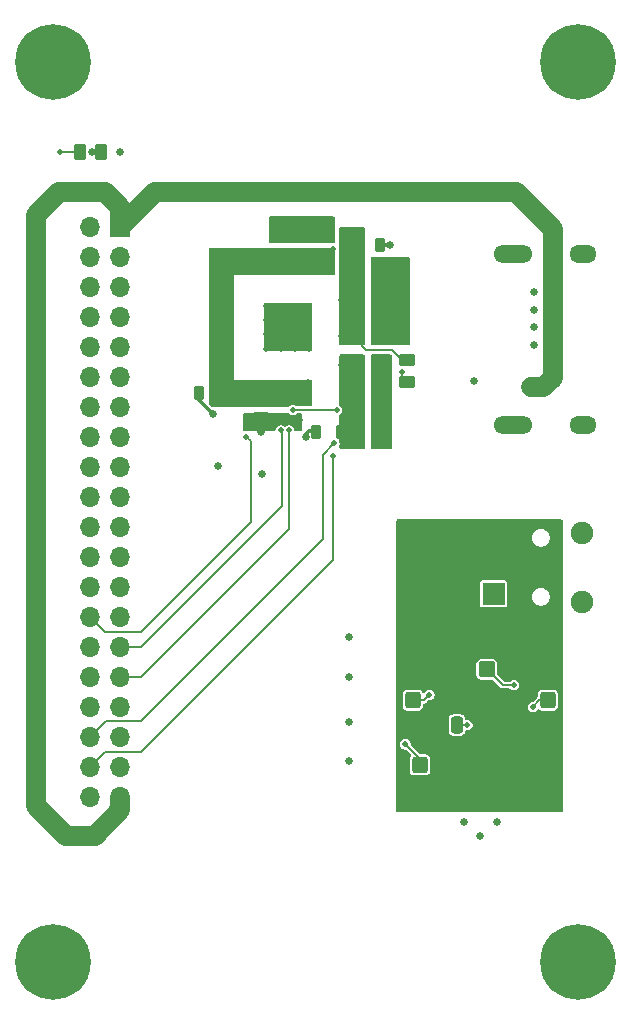
<source format=gbr>
%TF.GenerationSoftware,KiCad,Pcbnew,9.0.2+1*%
%TF.CreationDate,2025-07-26T23:59:44+01:00*%
%TF.ProjectId,ICE40HXDevBoardHDMI,49434534-3048-4584-9465-76426f617264,rev?*%
%TF.SameCoordinates,Original*%
%TF.FileFunction,Copper,L4,Bot*%
%TF.FilePolarity,Positive*%
%FSLAX46Y46*%
G04 Gerber Fmt 4.6, Leading zero omitted, Abs format (unit mm)*
G04 Created by KiCad (PCBNEW 9.0.2+1) date 2025-07-26 23:59:44*
%MOMM*%
%LPD*%
G01*
G04 APERTURE LIST*
G04 Aperture macros list*
%AMRoundRect*
0 Rectangle with rounded corners*
0 $1 Rounding radius*
0 $2 $3 $4 $5 $6 $7 $8 $9 X,Y pos of 4 corners*
0 Add a 4 corners polygon primitive as box body*
4,1,4,$2,$3,$4,$5,$6,$7,$8,$9,$2,$3,0*
0 Add four circle primitives for the rounded corners*
1,1,$1+$1,$2,$3*
1,1,$1+$1,$4,$5*
1,1,$1+$1,$6,$7*
1,1,$1+$1,$8,$9*
0 Add four rect primitives between the rounded corners*
20,1,$1+$1,$2,$3,$4,$5,0*
20,1,$1+$1,$4,$5,$6,$7,0*
20,1,$1+$1,$6,$7,$8,$9,0*
20,1,$1+$1,$8,$9,$2,$3,0*%
G04 Aperture macros list end*
%TA.AperFunction,ComponentPad*%
%ADD10R,1.900000X1.900000*%
%TD*%
%TA.AperFunction,ComponentPad*%
%ADD11C,1.900000*%
%TD*%
%TA.AperFunction,ComponentPad*%
%ADD12C,6.400000*%
%TD*%
%TA.AperFunction,ComponentPad*%
%ADD13R,1.700000X1.700000*%
%TD*%
%TA.AperFunction,ComponentPad*%
%ADD14O,1.700000X1.700000*%
%TD*%
%TA.AperFunction,ComponentPad*%
%ADD15O,3.300000X1.500000*%
%TD*%
%TA.AperFunction,ComponentPad*%
%ADD16O,2.300000X1.500000*%
%TD*%
%TA.AperFunction,HeatsinkPad*%
%ADD17C,0.500000*%
%TD*%
%TA.AperFunction,HeatsinkPad*%
%ADD18R,4.100000X4.100000*%
%TD*%
%TA.AperFunction,SMDPad,CuDef*%
%ADD19RoundRect,0.225000X-0.225000X-0.250000X0.225000X-0.250000X0.225000X0.250000X-0.225000X0.250000X0*%
%TD*%
%TA.AperFunction,SMDPad,CuDef*%
%ADD20RoundRect,0.250000X-0.450000X-0.425000X0.450000X-0.425000X0.450000X0.425000X-0.450000X0.425000X0*%
%TD*%
%TA.AperFunction,SMDPad,CuDef*%
%ADD21RoundRect,0.250000X0.250000X0.475000X-0.250000X0.475000X-0.250000X-0.475000X0.250000X-0.475000X0*%
%TD*%
%TA.AperFunction,SMDPad,CuDef*%
%ADD22RoundRect,0.218750X0.218750X0.381250X-0.218750X0.381250X-0.218750X-0.381250X0.218750X-0.381250X0*%
%TD*%
%TA.AperFunction,SMDPad,CuDef*%
%ADD23RoundRect,0.218750X-0.218750X-0.381250X0.218750X-0.381250X0.218750X0.381250X-0.218750X0.381250X0*%
%TD*%
%TA.AperFunction,SMDPad,CuDef*%
%ADD24RoundRect,0.250000X-0.425000X0.450000X-0.425000X-0.450000X0.425000X-0.450000X0.425000X0.450000X0*%
%TD*%
%TA.AperFunction,SMDPad,CuDef*%
%ADD25RoundRect,0.250000X-0.262500X-0.450000X0.262500X-0.450000X0.262500X0.450000X-0.262500X0.450000X0*%
%TD*%
%TA.AperFunction,SMDPad,CuDef*%
%ADD26RoundRect,0.250000X0.425000X-0.450000X0.425000X0.450000X-0.425000X0.450000X-0.425000X-0.450000X0*%
%TD*%
%TA.AperFunction,SMDPad,CuDef*%
%ADD27RoundRect,0.225000X0.250000X-0.225000X0.250000X0.225000X-0.250000X0.225000X-0.250000X-0.225000X0*%
%TD*%
%TA.AperFunction,SMDPad,CuDef*%
%ADD28RoundRect,0.225000X-0.250000X0.225000X-0.250000X-0.225000X0.250000X-0.225000X0.250000X0.225000X0*%
%TD*%
%TA.AperFunction,SMDPad,CuDef*%
%ADD29RoundRect,0.250000X-0.450000X0.262500X-0.450000X-0.262500X0.450000X-0.262500X0.450000X0.262500X0*%
%TD*%
%TA.AperFunction,ViaPad*%
%ADD30C,0.635000*%
%TD*%
%TA.AperFunction,ViaPad*%
%ADD31C,0.508000*%
%TD*%
%TA.AperFunction,ViaPad*%
%ADD32C,0.762000*%
%TD*%
%TA.AperFunction,Conductor*%
%ADD33C,0.317500*%
%TD*%
%TA.AperFunction,Conductor*%
%ADD34C,0.190500*%
%TD*%
%TA.AperFunction,Conductor*%
%ADD35C,1.651000*%
%TD*%
G04 APERTURE END LIST*
D10*
%TO.P,J2,R*%
%TO.N,Net-(C26-Pad1)*%
X119865000Y-114899000D03*
D11*
%TO.P,J2,S*%
%TO.N,GNDA*%
X119865000Y-110399000D03*
%TO.P,J2,T*%
%TO.N,Net-(C25-Pad1)*%
X127365000Y-115549000D03*
X127365000Y-109749000D03*
%TD*%
D12*
%TO.P,H4,1,1*%
%TO.N,GND*%
X127000000Y-146050000D03*
%TD*%
%TO.P,H3,1,1*%
%TO.N,GND*%
X82550000Y-146050000D03*
%TD*%
D13*
%TO.P,J1,1,Pin_1*%
%TO.N,+5V*%
X88265000Y-83820000D03*
D14*
%TO.P,J1,2,Pin_2*%
%TO.N,GND*%
X85725000Y-83820000D03*
%TO.P,J1,3,Pin_3*%
%TO.N,unconnected-(J1-Pin_3-Pad3)*%
X88265000Y-86360000D03*
%TO.P,J1,4,Pin_4*%
%TO.N,unconnected-(J1-Pin_4-Pad4)*%
X85725000Y-86360000D03*
%TO.P,J1,5,Pin_5*%
%TO.N,/RED5*%
X88265000Y-88900000D03*
%TO.P,J1,6,Pin_6*%
%TO.N,/RED4*%
X85725000Y-88900000D03*
%TO.P,J1,7,Pin_7*%
%TO.N,/RED3*%
X88265000Y-91440000D03*
%TO.P,J1,8,Pin_8*%
%TO.N,/RED2*%
X85725000Y-91440000D03*
%TO.P,J1,9,Pin_9*%
%TO.N,/RED1*%
X88265000Y-93980000D03*
%TO.P,J1,10,Pin_10*%
%TO.N,/RED0*%
X85725000Y-93980000D03*
%TO.P,J1,11,Pin_11*%
%TO.N,/GREEN0*%
X88265000Y-96520000D03*
%TO.P,J1,12,Pin_12*%
%TO.N,/GREEN1*%
X85725000Y-96520000D03*
%TO.P,J1,13,Pin_13*%
%TO.N,/GREEN2*%
X88265000Y-99060000D03*
%TO.P,J1,14,Pin_14*%
%TO.N,/GREEN3*%
X85725000Y-99060000D03*
%TO.P,J1,15,Pin_15*%
%TO.N,/GREEN4*%
X88265000Y-101600000D03*
%TO.P,J1,16,Pin_16*%
%TO.N,/GREEN5*%
X85725000Y-101600000D03*
%TO.P,J1,17,Pin_17*%
%TO.N,/BLUE5*%
X88265000Y-104140000D03*
%TO.P,J1,18,Pin_18*%
%TO.N,/BLUE4*%
X85725000Y-104140000D03*
%TO.P,J1,19,Pin_19*%
%TO.N,+3V3*%
X88265000Y-106680000D03*
%TO.P,J1,20,Pin_20*%
%TO.N,GND*%
X85725000Y-106680000D03*
%TO.P,J1,21,Pin_21*%
%TO.N,+3V3*%
X88265000Y-109220000D03*
%TO.P,J1,22,Pin_22*%
%TO.N,GND*%
X85725000Y-109220000D03*
%TO.P,J1,23,Pin_23*%
%TO.N,/HDMICLK*%
X88265000Y-111760000D03*
%TO.P,J1,24,Pin_24*%
%TO.N,/BLUE3*%
X85725000Y-111760000D03*
%TO.P,J1,25,Pin_25*%
%TO.N,/BLUE2*%
X88265000Y-114300000D03*
%TO.P,J1,26,Pin_26*%
%TO.N,/BLUE1*%
X85725000Y-114300000D03*
%TO.P,J1,27,Pin_27*%
%TO.N,/BLUE0*%
X88265000Y-116840000D03*
%TO.P,J1,28,Pin_28*%
%TO.N,/MSEN*%
X85725000Y-116840000D03*
%TO.P,J1,29,Pin_29*%
%TO.N,/HSYNC*%
X88265000Y-119380000D03*
%TO.P,J1,30,Pin_30*%
%TO.N,/DE*%
X85725000Y-119380000D03*
%TO.P,J1,31,Pin_31*%
%TO.N,/VSYNC*%
X88265000Y-121920000D03*
%TO.P,J1,32,Pin_32*%
%TO.N,unconnected-(J1-Pin_32-Pad32)*%
X85725000Y-121920000D03*
%TO.P,J1,33,Pin_33*%
%TO.N,/I2SBCK*%
X88265000Y-124460000D03*
%TO.P,J1,34,Pin_34*%
%TO.N,unconnected-(J1-Pin_34-Pad34)*%
X85725000Y-124460000D03*
%TO.P,J1,35,Pin_35*%
%TO.N,/I2SDIN*%
X88265000Y-127000000D03*
%TO.P,J1,36,Pin_36*%
%TO.N,/I2CSCL*%
X85725000Y-127000000D03*
%TO.P,J1,37,Pin_37*%
%TO.N,/I2SLRCK*%
X88265000Y-129540000D03*
%TO.P,J1,38,Pin_38*%
%TO.N,/I2CSDA*%
X85725000Y-129540000D03*
%TO.P,J1,39,Pin_39*%
%TO.N,+5V*%
X88265000Y-132080000D03*
%TO.P,J1,40,Pin_40*%
%TO.N,GND*%
X85725000Y-132080000D03*
%TD*%
D15*
%TO.P,J3,SH,SH*%
%TO.N,GND*%
X121485000Y-86084000D03*
X121485000Y-100584000D03*
D16*
X127445000Y-86084000D03*
X127445000Y-100584000D03*
%TD*%
D17*
%TO.P,U2,65,EP*%
%TO.N,GND*%
X100630000Y-94134000D03*
X101830000Y-94134000D03*
X103030000Y-94134000D03*
X104230000Y-94134000D03*
X100630000Y-92934000D03*
X101830000Y-92934000D03*
X103030000Y-92934000D03*
X104230000Y-92934000D03*
D18*
X102430000Y-92334000D03*
D17*
X100630000Y-91734000D03*
X101830000Y-91734000D03*
X103030000Y-91734000D03*
X104230000Y-91734000D03*
X100630000Y-90534000D03*
X101830000Y-90534000D03*
X103030000Y-90534000D03*
X104230000Y-90534000D03*
%TD*%
D12*
%TO.P,H2,1,1*%
%TO.N,GND*%
X127000000Y-69850000D03*
%TD*%
%TO.P,H1,1,1*%
%TO.N,GND*%
X82550000Y-69850000D03*
%TD*%
D19*
%TO.P,C19,1*%
%TO.N,/TVDD*%
X108445000Y-91059000D03*
%TO.P,C19,2*%
%TO.N,GND*%
X109995000Y-91059000D03*
%TD*%
D20*
%TO.P,C1,1*%
%TO.N,/I2S/DVDD*%
X119300000Y-121285000D03*
%TO.P,C1,2*%
%TO.N,GNDA*%
X122000000Y-121285000D03*
%TD*%
D21*
%TO.P,C27,1*%
%TO.N,Net-(U5-VNEG)*%
X116774000Y-125984000D03*
%TO.P,C27,2*%
%TO.N,GNDA*%
X114874000Y-125984000D03*
%TD*%
D22*
%TO.P,FB4,1*%
%TO.N,/PVDD*%
X106980500Y-101219000D03*
%TO.P,FB4,2*%
%TO.N,+3V3*%
X104855500Y-101219000D03*
%TD*%
D23*
%TO.P,FB5,1*%
%TO.N,/TVDD*%
X108157500Y-85344000D03*
%TO.P,FB5,2*%
%TO.N,+3V3*%
X110282500Y-85344000D03*
%TD*%
D24*
%TO.P,C14,1*%
%TO.N,/DVDD*%
X100203000Y-97456000D03*
%TO.P,C14,2*%
%TO.N,GND*%
X100203000Y-100156000D03*
%TD*%
D25*
%TO.P,R8,1*%
%TO.N,Net-(D1-K)*%
X84812500Y-77470000D03*
%TO.P,R8,2*%
%TO.N,GND*%
X86637500Y-77470000D03*
%TD*%
D19*
%TO.P,C12,1*%
%TO.N,/PVDD*%
X108445000Y-99314000D03*
%TO.P,C12,2*%
%TO.N,GND*%
X109995000Y-99314000D03*
%TD*%
D26*
%TO.P,C13,1*%
%TO.N,/DVDD*%
X103632000Y-86694000D03*
%TO.P,C13,2*%
%TO.N,GND*%
X103632000Y-83994000D03*
%TD*%
D24*
%TO.P,C4,1*%
%TO.N,/I2S/AVDD*%
X113625000Y-129380000D03*
%TO.P,C4,2*%
%TO.N,GNDA*%
X113625000Y-132080000D03*
%TD*%
D19*
%TO.P,C22,1*%
%TO.N,/TVDD*%
X108445000Y-87249000D03*
%TO.P,C22,2*%
%TO.N,GND*%
X109995000Y-87249000D03*
%TD*%
D27*
%TO.P,C16,1*%
%TO.N,/DVDD*%
X105537000Y-86119000D03*
%TO.P,C16,2*%
%TO.N,GND*%
X105537000Y-84569000D03*
%TD*%
D20*
%TO.P,C11,1*%
%TO.N,/PVDD*%
X107870000Y-95504000D03*
%TO.P,C11,2*%
%TO.N,GND*%
X110570000Y-95504000D03*
%TD*%
D26*
%TO.P,C23,1*%
%TO.N,/I2S/CPVDD*%
X113030000Y-123905000D03*
%TO.P,C23,2*%
%TO.N,GNDA*%
X113030000Y-121205000D03*
%TD*%
D22*
%TO.P,FB2,1*%
%TO.N,/DVDD*%
X97074500Y-97917000D03*
%TO.P,FB2,2*%
%TO.N,+3V3*%
X94949500Y-97917000D03*
%TD*%
D28*
%TO.P,C15,1*%
%TO.N,/DVDD*%
X102235000Y-98539000D03*
%TO.P,C15,2*%
%TO.N,GND*%
X102235000Y-100089000D03*
%TD*%
D26*
%TO.P,C30,1*%
%TO.N,/I2S/LDOO*%
X124460000Y-123905000D03*
%TO.P,C30,2*%
%TO.N,GNDA*%
X124460000Y-121205000D03*
%TD*%
D19*
%TO.P,C18,1*%
%TO.N,/TVDD*%
X108445000Y-89154000D03*
%TO.P,C18,2*%
%TO.N,GND*%
X109995000Y-89154000D03*
%TD*%
%TO.P,C20,1*%
%TO.N,/PVDD*%
X108445000Y-97409000D03*
%TO.P,C20,2*%
%TO.N,GND*%
X109995000Y-97409000D03*
%TD*%
D29*
%TO.P,R7,1*%
%TO.N,/TVDD*%
X112522000Y-95099500D03*
%TO.P,R7,2*%
%TO.N,Net-(U2-TFADJ)*%
X112522000Y-96924500D03*
%TD*%
D20*
%TO.P,C17,1*%
%TO.N,/TVDD*%
X107870000Y-92964000D03*
%TO.P,C17,2*%
%TO.N,GND*%
X110570000Y-92964000D03*
%TD*%
D19*
%TO.P,C21,1*%
%TO.N,/PVDD*%
X108445000Y-101219000D03*
%TO.P,C21,2*%
%TO.N,GND*%
X109995000Y-101219000D03*
%TD*%
D30*
%TO.N,+3V3*%
X88265000Y-77470000D03*
X111125000Y-85344000D03*
X107645000Y-129032000D03*
X104013000Y-101600000D03*
X96139000Y-99695000D03*
X107645000Y-118567000D03*
X100226500Y-104775000D03*
X107645000Y-121920000D03*
X107645000Y-125730000D03*
%TO.N,GND*%
X117348000Y-134239000D03*
X111125000Y-88138000D03*
X123300000Y-93850000D03*
X110871000Y-100203000D03*
X103378000Y-100203000D03*
X123300000Y-90900000D03*
X118745000Y-135382000D03*
X112395000Y-88138000D03*
X112182000Y-90070000D03*
X101346000Y-84709000D03*
X106045000Y-83312000D03*
X85833000Y-77470000D03*
X110744000Y-96647000D03*
X123300000Y-89300000D03*
X110871000Y-102235000D03*
X118170000Y-96834000D03*
X111125000Y-86741000D03*
X100203000Y-101219000D03*
X123300000Y-92300000D03*
X101346000Y-83439000D03*
X112395000Y-86741000D03*
X105283000Y-83312000D03*
X112141000Y-93091000D03*
X120142000Y-134239000D03*
X96496500Y-104036500D03*
D31*
%TO.N,/HSYNC*%
X101854000Y-101060250D03*
%TO.N,/I2S/DVDD*%
X121607500Y-122613500D03*
%TO.N,/VSYNC*%
X102552503Y-101060250D03*
%TO.N,/I2S/AVDD*%
X112395000Y-127635000D03*
%TO.N,GNDA*%
X120015000Y-126044050D03*
X112435000Y-132080000D03*
X115951000Y-130937000D03*
X121666000Y-130937000D03*
X114300000Y-121285000D03*
X114808000Y-132080000D03*
X117475000Y-124740000D03*
X123190000Y-121285000D03*
X118745000Y-129159000D03*
%TO.N,/I2S/CPVDD*%
X114431000Y-123440000D03*
%TO.N,Net-(U5-VNEG)*%
X117638375Y-126020375D03*
%TO.N,/I2S/LDOO*%
X123190000Y-124460000D03*
%TO.N,Net-(D1-K)*%
X83185000Y-77470000D03*
D32*
%TO.N,+5V*%
X123063000Y-97409000D03*
D31*
%TO.N,/MSEN*%
X98933000Y-101600000D03*
%TO.N,/PVDD*%
X106934000Y-95480750D03*
%TO.N,Net-(U2-TFADJ)*%
X112150000Y-96100000D03*
%TO.N,/HPD*%
X102866935Y-99313999D03*
X106584750Y-99314000D03*
%TO.N,/I2CSDA*%
X106299000Y-103251000D03*
%TO.N,/DVDD*%
X104180000Y-96941000D03*
X98670870Y-97022070D03*
X106235500Y-85661500D03*
%TO.N,/TVDD*%
X106934000Y-90043000D03*
X106934000Y-93091000D03*
%TO.N,/I2CSCL*%
X106389070Y-102148918D03*
%TD*%
D33*
%TO.N,+3V3*%
X104267000Y-101092000D02*
X104728500Y-101092000D01*
X104013000Y-101346000D02*
X104267000Y-101092000D01*
X94949500Y-98505500D02*
X94949500Y-97917000D01*
X104728500Y-101092000D02*
X104855500Y-101219000D01*
X96139000Y-99695000D02*
X94949500Y-98505500D01*
X110282500Y-85344000D02*
X111125000Y-85344000D01*
X104013000Y-101600000D02*
X104013000Y-101346000D01*
%TO.N,GND*%
X100203000Y-100156000D02*
X100203000Y-101219000D01*
X86637500Y-77470000D02*
X85833000Y-77470000D01*
D34*
%TO.N,/HSYNC*%
X90043000Y-119380000D02*
X101949250Y-107473750D01*
X101949250Y-107473750D02*
X101949250Y-101155500D01*
X88265000Y-119380000D02*
X90043000Y-119380000D01*
X101949250Y-101155500D02*
X101854000Y-101060250D01*
%TO.N,/I2S/DVDD*%
X121607500Y-122613500D02*
X120628500Y-122613500D01*
X120628500Y-122613500D02*
X119300000Y-121285000D01*
%TO.N,/VSYNC*%
X102552503Y-101060250D02*
X102548060Y-101064693D01*
X90043000Y-121920000D02*
X88265000Y-121920000D01*
X102548060Y-101064693D02*
X102548060Y-109414940D01*
X102548060Y-109414940D02*
X90043000Y-121920000D01*
%TO.N,/I2S/AVDD*%
X112395000Y-127635000D02*
X113625000Y-128865000D01*
X113625000Y-128865000D02*
X113625000Y-129380000D01*
%TO.N,GNDA*%
X124460000Y-121205000D02*
X123270000Y-121205000D01*
X114808000Y-132080000D02*
X113625000Y-132080000D01*
X123270000Y-121205000D02*
X123190000Y-121285000D01*
X120305000Y-110399000D02*
X119865000Y-110399000D01*
X114220000Y-121205000D02*
X114300000Y-121285000D01*
X116118000Y-124740000D02*
X117475000Y-124740000D01*
X122000000Y-121285000D02*
X123190000Y-121285000D01*
X114874000Y-125984000D02*
X116118000Y-124740000D01*
X112435000Y-132080000D02*
X113625000Y-132080000D01*
X113030000Y-121205000D02*
X114220000Y-121205000D01*
%TO.N,/I2S/CPVDD*%
X114431000Y-123440000D02*
X113966000Y-123905000D01*
X113966000Y-123905000D02*
X113030000Y-123905000D01*
%TO.N,Net-(C26-Pad1)*%
X119865000Y-114912000D02*
X119865000Y-114899000D01*
%TO.N,Net-(U5-VNEG)*%
X116810375Y-126020375D02*
X116774000Y-125984000D01*
X117638375Y-126020375D02*
X116810375Y-126020375D01*
%TO.N,/I2S/LDOO*%
X124460000Y-123905000D02*
X123745000Y-123905000D01*
X123745000Y-123905000D02*
X123190000Y-124460000D01*
%TO.N,Net-(D1-K)*%
X84812500Y-77470000D02*
X83185000Y-77470000D01*
D35*
%TO.N,+5V*%
X88265000Y-83820000D02*
X91186000Y-80899000D01*
X86106000Y-135382000D02*
X83693000Y-135382000D01*
X83058000Y-80899000D02*
X86995000Y-80899000D01*
X88265000Y-82169000D02*
X88265000Y-83820000D01*
X83693000Y-135382000D02*
X81153000Y-132842000D01*
X124894000Y-84000000D02*
X124894000Y-96594000D01*
X81153000Y-82804000D02*
X83058000Y-80899000D01*
X81153000Y-132842000D02*
X81153000Y-82804000D01*
X91186000Y-80899000D02*
X121793000Y-80899000D01*
X88265000Y-132080000D02*
X88265000Y-133223000D01*
X121793000Y-80899000D02*
X124894000Y-84000000D01*
X124894000Y-96594000D02*
X124079000Y-97409000D01*
X86995000Y-80899000D02*
X88265000Y-82169000D01*
X124079000Y-97409000D02*
X123063000Y-97409000D01*
X88265000Y-133223000D02*
X86106000Y-135382000D01*
D34*
%TO.N,/MSEN*%
X99298000Y-101965000D02*
X99298000Y-108855000D01*
X90043000Y-118110000D02*
X86995000Y-118110000D01*
X99298000Y-108855000D02*
X90043000Y-118110000D01*
X86995000Y-118110000D02*
X85725000Y-116840000D01*
X98933000Y-101600000D02*
X99298000Y-101965000D01*
%TO.N,Net-(U2-TFADJ)*%
X112141000Y-96109000D02*
X112141000Y-96924500D01*
X112150000Y-96100000D02*
X112141000Y-96109000D01*
%TO.N,/HPD*%
X106584750Y-99314000D02*
X106584749Y-99313999D01*
X106584749Y-99313999D02*
X102866935Y-99313999D01*
%TO.N,/I2CSDA*%
X86995000Y-128270000D02*
X90043000Y-128270000D01*
X85725000Y-129540000D02*
X86995000Y-128270000D01*
X106299000Y-112014000D02*
X106299000Y-103251000D01*
X90043000Y-128270000D02*
X106299000Y-112014000D01*
%TO.N,/TVDD*%
X108270000Y-93411000D02*
X108270000Y-92964000D01*
X112014000Y-95226500D02*
X112141000Y-95099500D01*
X109093000Y-94234000D02*
X108270000Y-93411000D01*
X111275500Y-94234000D02*
X109093000Y-94234000D01*
X112141000Y-95099500D02*
X111275500Y-94234000D01*
%TO.N,/I2CSCL*%
X89979500Y-125666500D02*
X105410000Y-110236000D01*
X85725000Y-127000000D02*
X87058500Y-125666500D01*
X105410000Y-110236000D02*
X105410000Y-103127988D01*
X87058500Y-125666500D02*
X89979500Y-125666500D01*
X105410000Y-103127988D02*
X106389070Y-102148918D01*
%TD*%
%TA.AperFunction,Conductor*%
%TO.N,GNDA*%
G36*
X125673039Y-108604685D02*
G01*
X125718794Y-108657489D01*
X125730000Y-108709000D01*
X125730000Y-133226000D01*
X125710315Y-133293039D01*
X125657511Y-133338794D01*
X125606000Y-133350000D01*
X111757000Y-133350000D01*
X111689961Y-133330315D01*
X111644206Y-133277511D01*
X111633000Y-133226000D01*
X111633000Y-127576415D01*
X111950000Y-127576415D01*
X111950000Y-127693585D01*
X111980326Y-127806764D01*
X112038911Y-127908236D01*
X112121764Y-127991089D01*
X112223236Y-128049674D01*
X112336415Y-128080000D01*
X112383820Y-128080000D01*
X112450859Y-128099685D01*
X112471501Y-128116319D01*
X112845359Y-128490177D01*
X112878844Y-128551500D01*
X112873860Y-128621192D01*
X112857448Y-128651491D01*
X112805703Y-128721603D01*
X112805702Y-128721605D01*
X112805701Y-128721607D01*
X112761794Y-128847087D01*
X112761793Y-128847090D01*
X112759000Y-128876877D01*
X112759000Y-129883122D01*
X112761793Y-129912909D01*
X112761793Y-129912911D01*
X112761794Y-129912913D01*
X112805701Y-130038393D01*
X112805702Y-130038394D01*
X112884643Y-130145356D01*
X112947198Y-130191523D01*
X112991607Y-130224299D01*
X113117087Y-130268206D01*
X113129856Y-130269403D01*
X113146878Y-130271000D01*
X113146882Y-130271000D01*
X114103122Y-130271000D01*
X114118015Y-130269603D01*
X114132913Y-130268206D01*
X114258393Y-130224299D01*
X114365356Y-130145356D01*
X114444299Y-130038393D01*
X114488206Y-129912913D01*
X114491000Y-129883118D01*
X114491000Y-128876882D01*
X114488206Y-128847087D01*
X114444299Y-128721607D01*
X114370189Y-128621192D01*
X114365356Y-128614643D01*
X114258394Y-128535702D01*
X114258393Y-128535701D01*
X114132913Y-128491794D01*
X114132911Y-128491793D01*
X114132909Y-128491793D01*
X114103122Y-128489000D01*
X114103118Y-128489000D01*
X113705181Y-128489000D01*
X113638142Y-128469315D01*
X113617500Y-128452681D01*
X112876319Y-127711500D01*
X112842834Y-127650177D01*
X112840000Y-127623819D01*
X112840000Y-127576417D01*
X112840000Y-127576415D01*
X112809674Y-127463236D01*
X112751089Y-127361764D01*
X112668236Y-127278911D01*
X112566764Y-127220326D01*
X112453585Y-127190000D01*
X112336415Y-127190000D01*
X112223236Y-127220326D01*
X112223233Y-127220327D01*
X112121767Y-127278909D01*
X112121761Y-127278913D01*
X112038913Y-127361761D01*
X112038909Y-127361767D01*
X111980327Y-127463233D01*
X111980326Y-127463236D01*
X111950000Y-127576415D01*
X111633000Y-127576415D01*
X111633000Y-125455877D01*
X116083000Y-125455877D01*
X116083000Y-126512122D01*
X116085793Y-126541909D01*
X116085793Y-126541911D01*
X116085794Y-126541913D01*
X116129701Y-126667393D01*
X116129702Y-126667394D01*
X116208643Y-126774356D01*
X116271198Y-126820523D01*
X116315607Y-126853299D01*
X116441087Y-126897206D01*
X116453856Y-126898403D01*
X116470878Y-126900000D01*
X116470882Y-126900000D01*
X117077122Y-126900000D01*
X117092015Y-126898603D01*
X117106913Y-126897206D01*
X117232393Y-126853299D01*
X117339356Y-126774356D01*
X117418299Y-126667393D01*
X117436745Y-126614675D01*
X117459930Y-126548420D01*
X117500651Y-126491644D01*
X117565604Y-126465897D01*
X117576971Y-126465375D01*
X117696958Y-126465375D01*
X117696960Y-126465375D01*
X117810139Y-126435049D01*
X117911611Y-126376464D01*
X117994464Y-126293611D01*
X118053049Y-126192139D01*
X118083375Y-126078960D01*
X118083375Y-125961790D01*
X118053049Y-125848611D01*
X117994464Y-125747139D01*
X117911611Y-125664286D01*
X117810139Y-125605701D01*
X117696960Y-125575375D01*
X117588925Y-125575375D01*
X117521886Y-125555690D01*
X117476131Y-125502886D01*
X117465442Y-125458751D01*
X117465271Y-125458768D01*
X117465160Y-125457586D01*
X117465061Y-125457177D01*
X117465000Y-125455881D01*
X117462206Y-125426090D01*
X117462206Y-125426087D01*
X117418299Y-125300607D01*
X117385523Y-125256198D01*
X117339356Y-125193643D01*
X117232394Y-125114702D01*
X117232393Y-125114701D01*
X117106913Y-125070794D01*
X117106911Y-125070793D01*
X117106909Y-125070793D01*
X117077122Y-125068000D01*
X117077118Y-125068000D01*
X116470882Y-125068000D01*
X116470878Y-125068000D01*
X116441090Y-125070793D01*
X116441087Y-125070793D01*
X116441087Y-125070794D01*
X116315607Y-125114701D01*
X116315606Y-125114701D01*
X116315605Y-125114702D01*
X116208643Y-125193643D01*
X116129702Y-125300605D01*
X116085793Y-125426090D01*
X116083000Y-125455877D01*
X111633000Y-125455877D01*
X111633000Y-123401877D01*
X112164000Y-123401877D01*
X112164000Y-124408122D01*
X112166793Y-124437909D01*
X112166793Y-124437911D01*
X112166794Y-124437913D01*
X112210701Y-124563393D01*
X112210702Y-124563394D01*
X112289643Y-124670356D01*
X112352198Y-124716523D01*
X112396607Y-124749299D01*
X112522087Y-124793206D01*
X112534856Y-124794403D01*
X112551878Y-124796000D01*
X112551882Y-124796000D01*
X113508122Y-124796000D01*
X113523015Y-124794603D01*
X113537913Y-124793206D01*
X113663393Y-124749299D01*
X113770356Y-124670356D01*
X113849299Y-124563393D01*
X113893206Y-124437913D01*
X113896000Y-124408118D01*
X113896000Y-124401415D01*
X122745000Y-124401415D01*
X122745000Y-124518585D01*
X122775326Y-124631764D01*
X122833911Y-124733236D01*
X122916764Y-124816089D01*
X123018236Y-124874674D01*
X123131415Y-124905000D01*
X123131417Y-124905000D01*
X123248583Y-124905000D01*
X123248585Y-124905000D01*
X123361764Y-124874674D01*
X123463236Y-124816089D01*
X123546089Y-124733236D01*
X123554024Y-124719492D01*
X123604586Y-124671279D01*
X123673192Y-124658053D01*
X123735044Y-124681722D01*
X123826607Y-124749299D01*
X123952087Y-124793206D01*
X123964856Y-124794403D01*
X123981878Y-124796000D01*
X123981882Y-124796000D01*
X124938122Y-124796000D01*
X124953015Y-124794603D01*
X124967913Y-124793206D01*
X125093393Y-124749299D01*
X125200356Y-124670356D01*
X125279299Y-124563393D01*
X125323206Y-124437913D01*
X125326000Y-124408118D01*
X125326000Y-123401882D01*
X125323206Y-123372087D01*
X125279299Y-123246607D01*
X125220372Y-123166764D01*
X125200356Y-123139643D01*
X125093394Y-123060702D01*
X125093393Y-123060701D01*
X124967913Y-123016794D01*
X124967911Y-123016793D01*
X124967909Y-123016793D01*
X124938122Y-123014000D01*
X124938118Y-123014000D01*
X123981882Y-123014000D01*
X123981878Y-123014000D01*
X123952090Y-123016793D01*
X123952087Y-123016793D01*
X123952087Y-123016794D01*
X123826607Y-123060701D01*
X123826606Y-123060701D01*
X123826605Y-123060702D01*
X123719643Y-123139643D01*
X123640702Y-123246605D01*
X123596793Y-123372090D01*
X123594000Y-123401877D01*
X123594000Y-123599818D01*
X123574315Y-123666857D01*
X123557681Y-123687499D01*
X123266499Y-123978682D01*
X123205179Y-124012166D01*
X123178820Y-124015000D01*
X123131415Y-124015000D01*
X123018236Y-124045326D01*
X123018233Y-124045327D01*
X122916767Y-124103909D01*
X122916761Y-124103913D01*
X122833913Y-124186761D01*
X122833909Y-124186767D01*
X122775327Y-124288233D01*
X122775326Y-124288236D01*
X122745000Y-124401415D01*
X113896000Y-124401415D01*
X113896000Y-124314172D01*
X113915685Y-124247133D01*
X113968489Y-124201378D01*
X113995878Y-124193512D01*
X113995836Y-124193353D01*
X114003684Y-124191250D01*
X114003685Y-124191250D01*
X114003686Y-124191250D01*
X114076488Y-124171742D01*
X114141762Y-124134057D01*
X114195057Y-124080762D01*
X114195057Y-124080760D01*
X114205257Y-124070561D01*
X114205260Y-124070556D01*
X114354500Y-123921317D01*
X114415823Y-123887834D01*
X114442180Y-123885000D01*
X114489583Y-123885000D01*
X114489585Y-123885000D01*
X114602764Y-123854674D01*
X114704236Y-123796089D01*
X114787089Y-123713236D01*
X114845674Y-123611764D01*
X114876000Y-123498585D01*
X114876000Y-123381415D01*
X114845674Y-123268236D01*
X114787089Y-123166764D01*
X114704236Y-123083911D01*
X114607695Y-123028173D01*
X114602766Y-123025327D01*
X114602765Y-123025326D01*
X114602764Y-123025326D01*
X114489585Y-122995000D01*
X114372415Y-122995000D01*
X114259236Y-123025326D01*
X114259233Y-123025327D01*
X114157767Y-123083909D01*
X114157761Y-123083913D01*
X114074913Y-123166761D01*
X114074909Y-123166767D01*
X114044713Y-123219066D01*
X113994145Y-123267281D01*
X113925538Y-123280502D01*
X113860673Y-123254533D01*
X113837559Y-123230700D01*
X113790372Y-123166764D01*
X113770356Y-123139643D01*
X113663394Y-123060702D01*
X113663393Y-123060701D01*
X113537913Y-123016794D01*
X113537911Y-123016793D01*
X113537909Y-123016793D01*
X113508122Y-123014000D01*
X113508118Y-123014000D01*
X112551882Y-123014000D01*
X112551878Y-123014000D01*
X112522090Y-123016793D01*
X112522087Y-123016793D01*
X112522087Y-123016794D01*
X112396607Y-123060701D01*
X112396606Y-123060701D01*
X112396605Y-123060702D01*
X112289643Y-123139643D01*
X112210702Y-123246605D01*
X112166793Y-123372090D01*
X112164000Y-123401877D01*
X111633000Y-123401877D01*
X111633000Y-120806877D01*
X118409000Y-120806877D01*
X118409000Y-121763122D01*
X118411793Y-121792909D01*
X118411793Y-121792911D01*
X118411794Y-121792913D01*
X118455701Y-121918393D01*
X118455702Y-121918394D01*
X118534643Y-122025356D01*
X118597198Y-122071523D01*
X118641607Y-122104299D01*
X118767087Y-122148206D01*
X118779856Y-122149403D01*
X118796878Y-122151000D01*
X118796882Y-122151000D01*
X119709820Y-122151000D01*
X119776859Y-122170685D01*
X119797501Y-122187319D01*
X120452734Y-122842554D01*
X120452735Y-122842555D01*
X120452737Y-122842556D01*
X120452739Y-122842558D01*
X120484487Y-122860887D01*
X120518012Y-122880242D01*
X120590814Y-122899750D01*
X120590815Y-122899750D01*
X120666185Y-122899750D01*
X121213063Y-122899750D01*
X121280102Y-122919435D01*
X121300744Y-122936069D01*
X121334264Y-122969589D01*
X121435736Y-123028174D01*
X121548915Y-123058500D01*
X121548917Y-123058500D01*
X121666083Y-123058500D01*
X121666085Y-123058500D01*
X121779264Y-123028174D01*
X121880736Y-122969589D01*
X121963589Y-122886736D01*
X122022174Y-122785264D01*
X122052500Y-122672085D01*
X122052500Y-122554915D01*
X122022174Y-122441736D01*
X121963589Y-122340264D01*
X121880736Y-122257411D01*
X121779264Y-122198826D01*
X121666085Y-122168500D01*
X121548915Y-122168500D01*
X121435736Y-122198826D01*
X121435733Y-122198827D01*
X121334267Y-122257409D01*
X121334261Y-122257413D01*
X121300744Y-122290931D01*
X121239421Y-122324416D01*
X121213063Y-122327250D01*
X120798431Y-122327250D01*
X120731392Y-122307565D01*
X120710750Y-122290931D01*
X120227319Y-121807500D01*
X120193834Y-121746177D01*
X120191000Y-121719819D01*
X120191000Y-120806877D01*
X120188206Y-120777090D01*
X120188206Y-120777087D01*
X120144299Y-120651607D01*
X120111523Y-120607198D01*
X120065356Y-120544643D01*
X119958394Y-120465702D01*
X119958393Y-120465701D01*
X119832913Y-120421794D01*
X119832911Y-120421793D01*
X119832909Y-120421793D01*
X119803122Y-120419000D01*
X119803118Y-120419000D01*
X118796882Y-120419000D01*
X118796878Y-120419000D01*
X118767090Y-120421793D01*
X118767087Y-120421793D01*
X118767087Y-120421794D01*
X118641607Y-120465701D01*
X118641606Y-120465701D01*
X118641605Y-120465702D01*
X118534643Y-120544643D01*
X118455702Y-120651605D01*
X118411793Y-120777090D01*
X118409000Y-120806877D01*
X111633000Y-120806877D01*
X111633000Y-113930183D01*
X118724000Y-113930183D01*
X118724000Y-115867816D01*
X118735080Y-115923523D01*
X118735081Y-115923524D01*
X118777296Y-115986703D01*
X118840475Y-116028918D01*
X118840476Y-116028919D01*
X118896183Y-116039999D01*
X118896186Y-116040000D01*
X118896188Y-116040000D01*
X120833814Y-116040000D01*
X120833815Y-116039999D01*
X120847930Y-116037191D01*
X120889523Y-116028919D01*
X120889523Y-116028918D01*
X120889525Y-116028918D01*
X120952703Y-115986703D01*
X120994918Y-115923525D01*
X120994918Y-115923523D01*
X120994919Y-115923523D01*
X121005999Y-115867816D01*
X121006000Y-115867814D01*
X121006000Y-115222920D01*
X123114499Y-115222920D01*
X123143340Y-115367907D01*
X123143343Y-115367917D01*
X123199912Y-115504488D01*
X123199919Y-115504501D01*
X123282048Y-115627415D01*
X123282051Y-115627419D01*
X123386580Y-115731948D01*
X123386584Y-115731951D01*
X123509498Y-115814080D01*
X123509511Y-115814087D01*
X123639216Y-115867812D01*
X123646087Y-115870658D01*
X123646091Y-115870658D01*
X123646092Y-115870659D01*
X123791079Y-115899500D01*
X123791082Y-115899500D01*
X123938920Y-115899500D01*
X124036462Y-115880096D01*
X124083913Y-115870658D01*
X124220495Y-115814084D01*
X124343416Y-115731951D01*
X124447951Y-115627416D01*
X124530084Y-115504495D01*
X124586658Y-115367913D01*
X124615500Y-115222918D01*
X124615500Y-115075082D01*
X124615500Y-115075079D01*
X124586659Y-114930092D01*
X124586658Y-114930091D01*
X124586658Y-114930087D01*
X124586656Y-114930082D01*
X124530087Y-114793511D01*
X124530080Y-114793498D01*
X124447951Y-114670584D01*
X124447948Y-114670580D01*
X124343419Y-114566051D01*
X124343415Y-114566048D01*
X124220501Y-114483919D01*
X124220488Y-114483912D01*
X124083917Y-114427343D01*
X124083907Y-114427340D01*
X123938920Y-114398500D01*
X123938918Y-114398500D01*
X123791082Y-114398500D01*
X123791080Y-114398500D01*
X123646092Y-114427340D01*
X123646082Y-114427343D01*
X123509511Y-114483912D01*
X123509498Y-114483919D01*
X123386584Y-114566048D01*
X123386580Y-114566051D01*
X123282051Y-114670580D01*
X123282048Y-114670584D01*
X123199919Y-114793498D01*
X123199912Y-114793511D01*
X123143343Y-114930082D01*
X123143340Y-114930092D01*
X123114500Y-115075079D01*
X123114500Y-115075082D01*
X123114500Y-115222918D01*
X123114500Y-115222920D01*
X123114499Y-115222920D01*
X121006000Y-115222920D01*
X121006000Y-113930185D01*
X121005999Y-113930183D01*
X120994919Y-113874476D01*
X120994918Y-113874475D01*
X120952703Y-113811296D01*
X120889524Y-113769081D01*
X120889523Y-113769080D01*
X120833816Y-113758000D01*
X120833812Y-113758000D01*
X118896188Y-113758000D01*
X118896183Y-113758000D01*
X118840476Y-113769080D01*
X118840475Y-113769081D01*
X118777296Y-113811296D01*
X118735081Y-113874475D01*
X118735080Y-113874476D01*
X118724000Y-113930183D01*
X111633000Y-113930183D01*
X111633000Y-110222920D01*
X123114499Y-110222920D01*
X123143340Y-110367907D01*
X123143343Y-110367917D01*
X123199912Y-110504488D01*
X123199919Y-110504501D01*
X123282048Y-110627415D01*
X123282051Y-110627419D01*
X123386580Y-110731948D01*
X123386584Y-110731951D01*
X123509498Y-110814080D01*
X123509511Y-110814087D01*
X123646082Y-110870656D01*
X123646087Y-110870658D01*
X123646091Y-110870658D01*
X123646092Y-110870659D01*
X123791079Y-110899500D01*
X123791082Y-110899500D01*
X123938920Y-110899500D01*
X124036462Y-110880096D01*
X124083913Y-110870658D01*
X124220495Y-110814084D01*
X124343416Y-110731951D01*
X124447951Y-110627416D01*
X124530084Y-110504495D01*
X124586658Y-110367913D01*
X124615500Y-110222918D01*
X124615500Y-110075082D01*
X124615500Y-110075079D01*
X124586659Y-109930092D01*
X124586658Y-109930091D01*
X124586658Y-109930087D01*
X124586656Y-109930082D01*
X124530087Y-109793511D01*
X124530080Y-109793498D01*
X124447951Y-109670584D01*
X124447948Y-109670580D01*
X124343419Y-109566051D01*
X124343415Y-109566048D01*
X124220501Y-109483919D01*
X124220488Y-109483912D01*
X124083917Y-109427343D01*
X124083907Y-109427340D01*
X123938920Y-109398500D01*
X123938918Y-109398500D01*
X123791082Y-109398500D01*
X123791080Y-109398500D01*
X123646092Y-109427340D01*
X123646082Y-109427343D01*
X123509511Y-109483912D01*
X123509498Y-109483919D01*
X123386584Y-109566048D01*
X123386580Y-109566051D01*
X123282051Y-109670580D01*
X123282048Y-109670584D01*
X123199919Y-109793498D01*
X123199912Y-109793511D01*
X123143343Y-109930082D01*
X123143340Y-109930092D01*
X123114500Y-110075079D01*
X123114500Y-110075082D01*
X123114500Y-110222918D01*
X123114500Y-110222920D01*
X123114499Y-110222920D01*
X111633000Y-110222920D01*
X111633000Y-108709000D01*
X111652685Y-108641961D01*
X111705489Y-108596206D01*
X111757000Y-108585000D01*
X125606000Y-108585000D01*
X125673039Y-108604685D01*
G37*
%TD.AperFunction*%
%TD*%
%TA.AperFunction,Conductor*%
%TO.N,/DVDD*%
G36*
X97917000Y-96774000D02*
G01*
X95758000Y-96774000D01*
X95758000Y-87884000D01*
X97917000Y-87884000D01*
X97917000Y-96774000D01*
G37*
%TD.AperFunction*%
%TD*%
%TA.AperFunction,Conductor*%
%TO.N,GND*%
G36*
X106369039Y-82950685D02*
G01*
X106414794Y-83003489D01*
X106426000Y-83055000D01*
X106426000Y-85092500D01*
X106423513Y-85100968D01*
X106424801Y-85109699D01*
X106413821Y-85133976D01*
X106406315Y-85159539D01*
X106399646Y-85165317D01*
X106396009Y-85173360D01*
X106373643Y-85187849D01*
X106353511Y-85205294D01*
X106343279Y-85207519D01*
X106337369Y-85211349D01*
X106302453Y-85216499D01*
X106294193Y-85216529D01*
X106294085Y-85216500D01*
X106176915Y-85216500D01*
X106175185Y-85216963D01*
X106165444Y-85216999D01*
X106164991Y-85217000D01*
X100962000Y-85217000D01*
X100894961Y-85197315D01*
X100849206Y-85144511D01*
X100838000Y-85093000D01*
X100838000Y-83055000D01*
X100857685Y-82987961D01*
X100910489Y-82942206D01*
X100962000Y-82931000D01*
X106302000Y-82931000D01*
X106369039Y-82950685D01*
G37*
%TD.AperFunction*%
%TD*%
%TA.AperFunction,Conductor*%
%TO.N,/DVDD*%
G36*
X106369039Y-85617685D02*
G01*
X106414794Y-85670489D01*
X106426000Y-85722000D01*
X106426000Y-87760000D01*
X106406315Y-87827039D01*
X106353511Y-87872794D01*
X106302000Y-87884000D01*
X95758000Y-87884000D01*
X95758000Y-85722000D01*
X95777685Y-85654961D01*
X95830489Y-85609206D01*
X95882000Y-85598000D01*
X106302000Y-85598000D01*
X106369039Y-85617685D01*
G37*
%TD.AperFunction*%
%TD*%
%TA.AperFunction,Conductor*%
%TO.N,/DVDD*%
G36*
X104464039Y-96793685D02*
G01*
X104509794Y-96846489D01*
X104521000Y-96898000D01*
X104521000Y-98903749D01*
X104501315Y-98970788D01*
X104448511Y-99016543D01*
X104397000Y-99027749D01*
X103261372Y-99027749D01*
X103194333Y-99008064D01*
X103173691Y-98991430D01*
X103140173Y-98957912D01*
X103140171Y-98957910D01*
X103038699Y-98899325D01*
X102925520Y-98868999D01*
X102808350Y-98868999D01*
X102695171Y-98899325D01*
X102695168Y-98899326D01*
X102593702Y-98957908D01*
X102593700Y-98957909D01*
X102527927Y-99023682D01*
X102466603Y-99057166D01*
X102440246Y-99060000D01*
X96049983Y-99060000D01*
X96020542Y-99051355D01*
X95990556Y-99044832D01*
X95985540Y-99041077D01*
X95982944Y-99040315D01*
X95962302Y-99023681D01*
X95794319Y-98855698D01*
X95760834Y-98794375D01*
X95758000Y-98768017D01*
X95758000Y-96774000D01*
X97917000Y-96774000D01*
X104397000Y-96774000D01*
X104464039Y-96793685D01*
G37*
%TD.AperFunction*%
%TD*%
%TA.AperFunction,Conductor*%
%TO.N,GND*%
G36*
X111195039Y-94634685D02*
G01*
X111240794Y-94687489D01*
X111252000Y-94739000D01*
X111252000Y-102492000D01*
X111232315Y-102559039D01*
X111179511Y-102604794D01*
X111128000Y-102616000D01*
X109598000Y-102616000D01*
X109530961Y-102596315D01*
X109485206Y-102543511D01*
X109474000Y-102492000D01*
X109474000Y-94739000D01*
X109493685Y-94671961D01*
X109546489Y-94626206D01*
X109598000Y-94615000D01*
X111128000Y-94615000D01*
X111195039Y-94634685D01*
G37*
%TD.AperFunction*%
%TD*%
%TA.AperFunction,Conductor*%
%TO.N,GND*%
G36*
X112719039Y-86379685D02*
G01*
X112764794Y-86432489D01*
X112776000Y-86484000D01*
X112776000Y-93729000D01*
X112756315Y-93796039D01*
X112703511Y-93841794D01*
X112652000Y-93853000D01*
X109598000Y-93853000D01*
X109530961Y-93833315D01*
X109485206Y-93780511D01*
X109474000Y-93729000D01*
X109474000Y-86484000D01*
X109493685Y-86416961D01*
X109546489Y-86371206D01*
X109598000Y-86360000D01*
X112652000Y-86360000D01*
X112719039Y-86379685D01*
G37*
%TD.AperFunction*%
%TD*%
%TA.AperFunction,Conductor*%
%TO.N,/PVDD*%
G36*
X108909039Y-94634685D02*
G01*
X108954794Y-94687489D01*
X108966000Y-94739000D01*
X108966000Y-102492000D01*
X108946315Y-102559039D01*
X108893511Y-102604794D01*
X108842000Y-102616000D01*
X106931000Y-102616000D01*
X106922314Y-102613449D01*
X106913353Y-102614738D01*
X106889312Y-102603759D01*
X106863961Y-102596315D01*
X106858033Y-102589474D01*
X106849797Y-102585713D01*
X106835507Y-102563478D01*
X106818206Y-102543511D01*
X106815918Y-102532996D01*
X106812023Y-102526935D01*
X106807000Y-102492000D01*
X106807000Y-102324854D01*
X106811225Y-102292761D01*
X106834070Y-102207503D01*
X106834070Y-102090333D01*
X106811225Y-102005073D01*
X106807000Y-101972980D01*
X106807000Y-99770361D01*
X106826685Y-99703322D01*
X106855517Y-99671982D01*
X106857974Y-99670095D01*
X106857986Y-99670089D01*
X106940839Y-99587236D01*
X106999424Y-99485764D01*
X107029750Y-99372585D01*
X107029750Y-99255415D01*
X106999424Y-99142236D01*
X106940839Y-99040764D01*
X106857986Y-98957911D01*
X106857982Y-98957907D01*
X106855511Y-98956011D01*
X106853955Y-98953880D01*
X106852239Y-98952164D01*
X106852506Y-98951896D01*
X106814309Y-98899582D01*
X106807000Y-98857638D01*
X106807000Y-94739000D01*
X106826685Y-94671961D01*
X106879489Y-94626206D01*
X106931000Y-94615000D01*
X108842000Y-94615000D01*
X108909039Y-94634685D01*
G37*
%TD.AperFunction*%
%TD*%
%TA.AperFunction,Conductor*%
%TO.N,GND*%
G36*
X102507288Y-99587685D02*
G01*
X102527930Y-99604319D01*
X102593699Y-99670088D01*
X102695171Y-99728673D01*
X102808350Y-99758999D01*
X102808352Y-99758999D01*
X102925518Y-99758999D01*
X102925520Y-99758999D01*
X103038699Y-99728673D01*
X103140171Y-99670088D01*
X103173691Y-99636568D01*
X103200618Y-99621864D01*
X103226437Y-99605272D01*
X103232637Y-99604380D01*
X103235014Y-99603083D01*
X103261372Y-99600249D01*
X103508000Y-99600249D01*
X103575039Y-99619934D01*
X103620794Y-99672738D01*
X103632000Y-99724249D01*
X103632000Y-100968000D01*
X103612315Y-101035039D01*
X103559511Y-101080794D01*
X103508000Y-101092000D01*
X103116856Y-101092000D01*
X103049817Y-101072315D01*
X103004062Y-101019511D01*
X102997084Y-101000101D01*
X102967177Y-100888486D01*
X102908592Y-100787014D01*
X102825739Y-100704161D01*
X102724267Y-100645576D01*
X102611088Y-100615250D01*
X102493918Y-100615250D01*
X102380739Y-100645576D01*
X102380736Y-100645577D01*
X102279269Y-100704159D01*
X102278734Y-100704570D01*
X102278201Y-100704775D01*
X102272229Y-100708224D01*
X102271691Y-100707292D01*
X102213564Y-100729761D01*
X102145119Y-100715721D01*
X102127763Y-100704566D01*
X102127240Y-100704165D01*
X102127236Y-100704161D01*
X102025764Y-100645576D01*
X101912585Y-100615250D01*
X101795415Y-100615250D01*
X101682236Y-100645576D01*
X101682233Y-100645577D01*
X101580767Y-100704159D01*
X101580761Y-100704163D01*
X101497913Y-100787011D01*
X101497909Y-100787017D01*
X101439327Y-100888483D01*
X101439326Y-100888486D01*
X101409420Y-101000095D01*
X101373057Y-101059754D01*
X101310211Y-101090283D01*
X101289647Y-101092000D01*
X98803000Y-101092000D01*
X98735961Y-101072315D01*
X98690206Y-101019511D01*
X98679000Y-100968000D01*
X98679000Y-99692000D01*
X98698685Y-99624961D01*
X98751489Y-99579206D01*
X98803000Y-99568000D01*
X102440249Y-99568000D01*
X102507288Y-99587685D01*
G37*
%TD.AperFunction*%
%TD*%
%TA.AperFunction,Conductor*%
%TO.N,/TVDD*%
G36*
X108909039Y-83839685D02*
G01*
X108954794Y-83892489D01*
X108966000Y-83944000D01*
X108966000Y-93729000D01*
X108946315Y-93796039D01*
X108893511Y-93841794D01*
X108842000Y-93853000D01*
X106931000Y-93853000D01*
X106863961Y-93833315D01*
X106818206Y-93780511D01*
X106807000Y-93729000D01*
X106807000Y-83944000D01*
X106826685Y-83876961D01*
X106879489Y-83831206D01*
X106931000Y-83820000D01*
X108842000Y-83820000D01*
X108909039Y-83839685D01*
G37*
%TD.AperFunction*%
%TD*%
M02*

</source>
